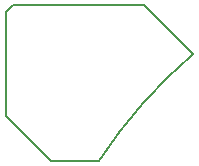
<source format=gko>
G04*
G04 #@! TF.GenerationSoftware,Altium Limited,Altium Designer,23.10.1 (27)*
G04*
G04 Layer_Color=16711935*
%FSLAX25Y25*%
%MOIN*%
G70*
G04*
G04 #@! TF.SameCoordinates,772BFEA8-91BE-421E-ADD9-B03B6B11456D*
G04*
G04*
G04 #@! TF.FilePolarity,Positive*
G04*
G01*
G75*
%ADD10C,0.00787*%
D10*
X-107663Y126558D02*
G03*
X-139058Y90945I107663J-126558D01*
G01*
X-170079Y105905D02*
Y140551D01*
X-167717Y142913D01*
X-124016D01*
X-155118Y90945D02*
X-138976D01*
X-124016Y142913D02*
X-107677Y126575D01*
X-170079Y105905D02*
X-155118Y90945D01*
M02*

</source>
